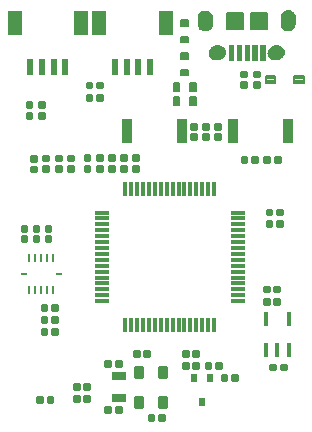
<source format=gbr>
G04 EAGLE Gerber RS-274X export*
G75*
%MOMM*%
%FSLAX34Y34*%
%LPD*%
%INSolderpaste Top*%
%IPPOS*%
%AMOC8*
5,1,8,0,0,1.08239X$1,22.5*%
G01*
%ADD10C,0.317500*%
%ADD11C,0.200000*%
%ADD12C,0.158750*%
%ADD13R,0.300000X1.200000*%
%ADD14R,1.200000X0.300000*%
%ADD15C,0.040638*%
%ADD16C,0.152400*%
%ADD17R,0.600000X1.350000*%
%ADD18R,1.200000X2.000000*%
%ADD19R,0.870000X2.000000*%
%ADD20R,0.500000X0.800000*%
%ADD21R,0.250000X0.800000*%
%ADD22R,0.500000X0.250000*%
%ADD23R,0.400000X1.200000*%
%ADD24C,0.444500*%
%ADD25R,1.200000X0.800000*%

G36*
X391741Y470990D02*
X391741Y470990D01*
X391764Y470996D01*
X391887Y471019D01*
X392935Y471337D01*
X392957Y471347D01*
X393073Y471394D01*
X394039Y471910D01*
X394058Y471925D01*
X394163Y471993D01*
X395010Y472688D01*
X395026Y472706D01*
X395116Y472794D01*
X395811Y473641D01*
X395823Y473661D01*
X395894Y473765D01*
X396410Y474731D01*
X396418Y474754D01*
X396467Y474869D01*
X396785Y475917D01*
X396788Y475941D01*
X396814Y476063D01*
X396922Y477153D01*
X396920Y477180D01*
X396925Y477228D01*
X396925Y483578D01*
X396921Y483607D01*
X396920Y483663D01*
X396812Y484624D01*
X396812Y484625D01*
X396812Y484627D01*
X396774Y484790D01*
X396455Y485703D01*
X396454Y485704D01*
X396454Y485706D01*
X396381Y485857D01*
X395867Y486675D01*
X395866Y486676D01*
X395865Y486678D01*
X395760Y486809D01*
X395077Y487492D01*
X395075Y487493D01*
X395075Y487494D01*
X394943Y487599D01*
X394125Y488113D01*
X394123Y488113D01*
X394122Y488114D01*
X393971Y488187D01*
X393058Y488506D01*
X393057Y488507D01*
X393056Y488507D01*
X392892Y488544D01*
X391931Y488652D01*
X391902Y488651D01*
X391846Y488657D01*
X390322Y488657D01*
X390293Y488653D01*
X390237Y488652D01*
X389050Y488519D01*
X389048Y488518D01*
X389047Y488518D01*
X388884Y488481D01*
X387756Y488086D01*
X387755Y488086D01*
X387754Y488085D01*
X387603Y488012D01*
X386591Y487377D01*
X386590Y487376D01*
X386589Y487375D01*
X386458Y487271D01*
X385613Y486426D01*
X385613Y486425D01*
X385612Y486424D01*
X385507Y486293D01*
X384872Y485281D01*
X384871Y485280D01*
X384870Y485279D01*
X384798Y485128D01*
X384403Y484000D01*
X384403Y483999D01*
X384402Y483998D01*
X384365Y483834D01*
X384232Y482647D01*
X384233Y482618D01*
X384227Y482562D01*
X384227Y477228D01*
X384231Y477202D01*
X384230Y477153D01*
X384338Y476063D01*
X384344Y476040D01*
X384367Y475917D01*
X384685Y474869D01*
X384695Y474847D01*
X384742Y474731D01*
X385258Y473765D01*
X385273Y473746D01*
X385341Y473641D01*
X386036Y472794D01*
X386054Y472778D01*
X386142Y472688D01*
X386989Y471993D01*
X387009Y471981D01*
X387113Y471910D01*
X388079Y471394D01*
X388102Y471386D01*
X388217Y471337D01*
X389265Y471019D01*
X389289Y471016D01*
X389411Y470990D01*
X390501Y470882D01*
X390525Y470884D01*
X390651Y470882D01*
X391741Y470990D01*
G37*
G36*
X321517Y471137D02*
X321517Y471137D01*
X321573Y471138D01*
X322591Y471252D01*
X322592Y471253D01*
X322593Y471252D01*
X322757Y471290D01*
X323723Y471628D01*
X323724Y471629D01*
X323726Y471629D01*
X323877Y471702D01*
X324744Y472247D01*
X324745Y472248D01*
X324746Y472248D01*
X324877Y472353D01*
X325601Y473077D01*
X325602Y473078D01*
X325603Y473079D01*
X325707Y473210D01*
X326252Y474077D01*
X326252Y474079D01*
X326253Y474080D01*
X326326Y474231D01*
X326664Y475197D01*
X326664Y475199D01*
X326665Y475200D01*
X326702Y475363D01*
X326816Y476381D01*
X326815Y476410D01*
X326821Y476466D01*
X326821Y482816D01*
X326817Y482845D01*
X326816Y482901D01*
X326695Y483975D01*
X326695Y483976D01*
X326695Y483978D01*
X326658Y484141D01*
X326301Y485161D01*
X326300Y485163D01*
X326300Y485164D01*
X326227Y485315D01*
X325652Y486230D01*
X325651Y486231D01*
X325650Y486232D01*
X325545Y486363D01*
X324781Y487127D01*
X324780Y487128D01*
X324779Y487129D01*
X324648Y487234D01*
X323733Y487809D01*
X323732Y487809D01*
X323731Y487810D01*
X323579Y487883D01*
X322559Y488240D01*
X322558Y488240D01*
X322557Y488240D01*
X322393Y488277D01*
X321319Y488398D01*
X321290Y488397D01*
X321234Y488403D01*
X319202Y488403D01*
X319173Y488399D01*
X319117Y488398D01*
X318156Y488290D01*
X318155Y488290D01*
X318153Y488290D01*
X317990Y488252D01*
X317077Y487933D01*
X317076Y487932D01*
X317075Y487932D01*
X316924Y487859D01*
X316105Y487345D01*
X316104Y487344D01*
X316102Y487343D01*
X315972Y487238D01*
X315288Y486555D01*
X315287Y486553D01*
X315286Y486553D01*
X315182Y486421D01*
X314667Y485603D01*
X314667Y485601D01*
X314666Y485600D01*
X314593Y485449D01*
X314274Y484536D01*
X314273Y484535D01*
X314273Y484534D01*
X314236Y484370D01*
X314128Y483409D01*
X314129Y483380D01*
X314123Y483324D01*
X314123Y476466D01*
X314127Y476443D01*
X314124Y476422D01*
X314128Y476407D01*
X314128Y476381D01*
X314242Y475363D01*
X314243Y475362D01*
X314242Y475361D01*
X314280Y475197D01*
X314618Y474231D01*
X314619Y474230D01*
X314619Y474228D01*
X314692Y474077D01*
X315237Y473210D01*
X315238Y473209D01*
X315238Y473208D01*
X315343Y473077D01*
X316067Y472353D01*
X316068Y472352D01*
X316069Y472351D01*
X316200Y472247D01*
X317067Y471702D01*
X317069Y471702D01*
X317070Y471701D01*
X317221Y471628D01*
X318187Y471290D01*
X318189Y471290D01*
X318190Y471289D01*
X318353Y471252D01*
X319371Y471138D01*
X319400Y471139D01*
X319456Y471133D01*
X321488Y471133D01*
X321517Y471137D01*
G37*
G36*
X331674Y446753D02*
X331674Y446753D01*
X331723Y446752D01*
X332813Y446860D01*
X332836Y446866D01*
X332959Y446889D01*
X334007Y447207D01*
X334029Y447217D01*
X334145Y447264D01*
X335111Y447780D01*
X335130Y447795D01*
X335235Y447863D01*
X336082Y448558D01*
X336098Y448576D01*
X336188Y448664D01*
X336883Y449511D01*
X336895Y449531D01*
X336966Y449635D01*
X337482Y450601D01*
X337490Y450624D01*
X337539Y450739D01*
X337857Y451787D01*
X337860Y451811D01*
X337886Y451933D01*
X337994Y453023D01*
X337993Y453037D01*
X337992Y453183D01*
X337865Y454314D01*
X337865Y454315D01*
X337865Y454316D01*
X337827Y454480D01*
X337451Y455554D01*
X337451Y455555D01*
X337451Y455556D01*
X337378Y455707D01*
X336772Y456670D01*
X336771Y456671D01*
X336771Y456673D01*
X336666Y456804D01*
X335862Y457608D01*
X335861Y457609D01*
X335860Y457610D01*
X335728Y457714D01*
X334765Y458320D01*
X334764Y458320D01*
X334763Y458321D01*
X334612Y458393D01*
X333538Y458769D01*
X333537Y458769D01*
X333535Y458770D01*
X333372Y458807D01*
X332241Y458934D01*
X332212Y458933D01*
X332156Y458939D01*
X329616Y458939D01*
X329590Y458935D01*
X329541Y458936D01*
X328451Y458828D01*
X328428Y458822D01*
X328305Y458799D01*
X327257Y458481D01*
X327235Y458471D01*
X327119Y458424D01*
X326153Y457908D01*
X326134Y457893D01*
X326029Y457825D01*
X325182Y457130D01*
X325166Y457112D01*
X325076Y457024D01*
X324381Y456177D01*
X324369Y456157D01*
X324298Y456053D01*
X323782Y455087D01*
X323774Y455064D01*
X323725Y454949D01*
X323407Y453901D01*
X323404Y453877D01*
X323378Y453755D01*
X323270Y452665D01*
X323272Y452638D01*
X323267Y452590D01*
X323267Y452082D01*
X323271Y452059D01*
X323268Y452038D01*
X323272Y452023D01*
X323272Y451997D01*
X323386Y450979D01*
X323387Y450978D01*
X323386Y450977D01*
X323424Y450813D01*
X323762Y449847D01*
X323763Y449846D01*
X323763Y449844D01*
X323836Y449693D01*
X324381Y448826D01*
X324382Y448825D01*
X324382Y448824D01*
X324487Y448693D01*
X325211Y447969D01*
X325212Y447968D01*
X325213Y447967D01*
X325344Y447863D01*
X326211Y447318D01*
X326213Y447318D01*
X326214Y447317D01*
X326365Y447244D01*
X327331Y446906D01*
X327333Y446906D01*
X327334Y446905D01*
X327497Y446868D01*
X328515Y446754D01*
X328544Y446755D01*
X328600Y446749D01*
X331648Y446749D01*
X331674Y446753D01*
G37*
G36*
X381204Y446753D02*
X381204Y446753D01*
X381253Y446752D01*
X382392Y446865D01*
X382416Y446871D01*
X382539Y446894D01*
X383635Y447226D01*
X383656Y447237D01*
X383772Y447283D01*
X384783Y447823D01*
X384802Y447838D01*
X384907Y447906D01*
X385792Y448633D01*
X385808Y448651D01*
X385897Y448738D01*
X386624Y449623D01*
X386636Y449644D01*
X386707Y449748D01*
X387247Y450758D01*
X387255Y450780D01*
X387304Y450895D01*
X387636Y451991D01*
X387639Y452015D01*
X387665Y452138D01*
X387778Y453277D01*
X387777Y453291D01*
X387776Y453437D01*
X387655Y454511D01*
X387655Y454512D01*
X387655Y454514D01*
X387618Y454677D01*
X387261Y455697D01*
X387260Y455699D01*
X387260Y455700D01*
X387187Y455851D01*
X386612Y456766D01*
X386611Y456767D01*
X386610Y456768D01*
X386505Y456899D01*
X385741Y457663D01*
X385740Y457664D01*
X385739Y457665D01*
X385608Y457770D01*
X384693Y458345D01*
X384692Y458345D01*
X384691Y458346D01*
X384539Y458419D01*
X383519Y458776D01*
X383518Y458776D01*
X383517Y458776D01*
X383353Y458813D01*
X382279Y458934D01*
X382250Y458933D01*
X382194Y458939D01*
X379654Y458939D01*
X379628Y458935D01*
X379579Y458936D01*
X378440Y458823D01*
X378416Y458817D01*
X378293Y458794D01*
X377197Y458462D01*
X377176Y458451D01*
X377060Y458405D01*
X376050Y457865D01*
X376030Y457850D01*
X375925Y457782D01*
X375040Y457055D01*
X375024Y457037D01*
X374935Y456950D01*
X374208Y456065D01*
X374196Y456044D01*
X374125Y455941D01*
X373585Y454930D01*
X373578Y454908D01*
X373528Y454793D01*
X373196Y453697D01*
X373193Y453673D01*
X373167Y453550D01*
X373054Y452411D01*
X373055Y452397D01*
X373056Y452251D01*
X373177Y451177D01*
X373177Y451176D01*
X373177Y451174D01*
X373214Y451011D01*
X373571Y449991D01*
X373572Y449989D01*
X373572Y449988D01*
X373645Y449837D01*
X374220Y448922D01*
X374221Y448921D01*
X374222Y448920D01*
X374327Y448789D01*
X375091Y448025D01*
X375092Y448024D01*
X375093Y448023D01*
X375224Y447918D01*
X376139Y447343D01*
X376140Y447343D01*
X376141Y447342D01*
X376293Y447269D01*
X377313Y446912D01*
X377314Y446912D01*
X377315Y446912D01*
X377479Y446875D01*
X378553Y446754D01*
X378582Y446755D01*
X378638Y446749D01*
X381178Y446749D01*
X381204Y446753D01*
G37*
D10*
X269735Y198908D02*
X272911Y198908D01*
X272911Y195732D01*
X269735Y195732D01*
X269735Y198908D01*
X269735Y198748D02*
X272911Y198748D01*
X264021Y198908D02*
X260845Y198908D01*
X264021Y198908D02*
X264021Y195732D01*
X260845Y195732D01*
X260845Y198908D01*
X260845Y198748D02*
X264021Y198748D01*
X302247Y186080D02*
X305423Y186080D01*
X302247Y186080D02*
X302247Y189256D01*
X305423Y189256D01*
X305423Y186080D01*
X305423Y189096D02*
X302247Y189096D01*
X311137Y186080D02*
X314313Y186080D01*
X311137Y186080D02*
X311137Y189256D01*
X314313Y189256D01*
X314313Y186080D01*
X314313Y189096D02*
X311137Y189096D01*
X239891Y187604D02*
X236715Y187604D01*
X236715Y190780D01*
X239891Y190780D01*
X239891Y187604D01*
X239891Y190620D02*
X236715Y190620D01*
X245605Y187604D02*
X248781Y187604D01*
X245605Y187604D02*
X245605Y190780D01*
X248781Y190780D01*
X248781Y187604D01*
X248781Y190620D02*
X245605Y190620D01*
X239891Y148488D02*
X236715Y148488D01*
X236715Y151664D01*
X239891Y151664D01*
X239891Y148488D01*
X239891Y151504D02*
X236715Y151504D01*
X245605Y148488D02*
X248781Y148488D01*
X245605Y148488D02*
X245605Y151664D01*
X248781Y151664D01*
X248781Y148488D01*
X248781Y151504D02*
X245605Y151504D01*
X380225Y363754D02*
X383401Y363754D01*
X383401Y360578D01*
X380225Y360578D01*
X380225Y363754D01*
X380225Y363594D02*
X383401Y363594D01*
X374511Y363754D02*
X371335Y363754D01*
X374511Y363754D02*
X374511Y360578D01*
X371335Y360578D01*
X371335Y363754D01*
X371335Y363594D02*
X374511Y363594D01*
X185789Y234848D02*
X182613Y234848D01*
X182613Y238024D01*
X185789Y238024D01*
X185789Y234848D01*
X185789Y237864D02*
X182613Y237864D01*
X191503Y234848D02*
X194679Y234848D01*
X191503Y234848D02*
X191503Y238024D01*
X194679Y238024D01*
X194679Y234848D01*
X194679Y237864D02*
X191503Y237864D01*
X186042Y302031D02*
X186042Y305207D01*
X189218Y305207D01*
X189218Y302031D01*
X186042Y302031D01*
X186042Y305047D02*
X189218Y305047D01*
X186042Y296317D02*
X186042Y293141D01*
X186042Y296317D02*
X189218Y296317D01*
X189218Y293141D01*
X186042Y293141D01*
X186042Y296157D02*
X189218Y296157D01*
X219062Y361721D02*
X219062Y364897D01*
X222238Y364897D01*
X222238Y361721D01*
X219062Y361721D01*
X219062Y364737D02*
X222238Y364737D01*
X219062Y356007D02*
X219062Y352831D01*
X219062Y356007D02*
X222238Y356007D01*
X222238Y352831D01*
X219062Y352831D01*
X219062Y355847D02*
X222238Y355847D01*
X376415Y184556D02*
X379591Y184556D01*
X376415Y184556D02*
X376415Y187732D01*
X379591Y187732D01*
X379591Y184556D01*
X379591Y187572D02*
X376415Y187572D01*
X385305Y184556D02*
X388481Y184556D01*
X385305Y184556D02*
X385305Y187732D01*
X388481Y187732D01*
X388481Y184556D01*
X388481Y187572D02*
X385305Y187572D01*
X382893Y243358D02*
X379717Y243358D01*
X382893Y243358D02*
X382893Y240182D01*
X379717Y240182D01*
X379717Y243358D01*
X379717Y243198D02*
X382893Y243198D01*
X374003Y243358D02*
X370827Y243358D01*
X374003Y243358D02*
X374003Y240182D01*
X370827Y240182D01*
X370827Y243358D01*
X370827Y243198D02*
X374003Y243198D01*
X382003Y309144D02*
X385179Y309144D01*
X385179Y305968D01*
X382003Y305968D01*
X382003Y309144D01*
X382003Y308984D02*
X385179Y308984D01*
X376289Y309144D02*
X373113Y309144D01*
X376289Y309144D02*
X376289Y305968D01*
X373113Y305968D01*
X373113Y309144D01*
X373113Y308984D02*
X376289Y308984D01*
X276467Y141884D02*
X273291Y141884D01*
X273291Y145060D01*
X276467Y145060D01*
X276467Y141884D01*
X276467Y144900D02*
X273291Y144900D01*
X282181Y141884D02*
X285357Y141884D01*
X282181Y141884D02*
X282181Y145060D01*
X285357Y145060D01*
X285357Y141884D01*
X285357Y144900D02*
X282181Y144900D01*
X249796Y361721D02*
X249796Y364897D01*
X252972Y364897D01*
X252972Y361721D01*
X249796Y361721D01*
X249796Y364737D02*
X252972Y364737D01*
X249796Y356007D02*
X249796Y352831D01*
X249796Y356007D02*
X252972Y356007D01*
X252972Y352831D01*
X249796Y352831D01*
X249796Y355847D02*
X252972Y355847D01*
X229476Y361721D02*
X229476Y364897D01*
X232652Y364897D01*
X232652Y361721D01*
X229476Y361721D01*
X229476Y364737D02*
X232652Y364737D01*
X229476Y356007D02*
X229476Y352831D01*
X229476Y356007D02*
X232652Y356007D01*
X232652Y352831D01*
X229476Y352831D01*
X229476Y355847D02*
X232652Y355847D01*
X382003Y319050D02*
X385179Y319050D01*
X385179Y315874D01*
X382003Y315874D01*
X382003Y319050D01*
X382003Y318890D02*
X385179Y318890D01*
X376289Y319050D02*
X373113Y319050D01*
X376289Y319050D02*
X376289Y315874D01*
X373113Y315874D01*
X373113Y319050D01*
X373113Y318890D02*
X376289Y318890D01*
X379717Y253772D02*
X382893Y253772D01*
X382893Y250596D01*
X379717Y250596D01*
X379717Y253772D01*
X379717Y253612D02*
X382893Y253612D01*
X374003Y253772D02*
X370827Y253772D01*
X374003Y253772D02*
X374003Y250596D01*
X370827Y250596D01*
X370827Y253772D01*
X370827Y253612D02*
X374003Y253612D01*
X185789Y224688D02*
X182613Y224688D01*
X182613Y227864D01*
X185789Y227864D01*
X185789Y224688D01*
X185789Y227704D02*
X182613Y227704D01*
X191503Y224688D02*
X194679Y224688D01*
X191503Y224688D02*
X191503Y227864D01*
X194679Y227864D01*
X194679Y224688D01*
X194679Y227704D02*
X191503Y227704D01*
X185789Y214528D02*
X182613Y214528D01*
X182613Y217704D01*
X185789Y217704D01*
X185789Y214528D01*
X185789Y217544D02*
X182613Y217544D01*
X191503Y214528D02*
X194679Y214528D01*
X191503Y214528D02*
X191503Y217704D01*
X194679Y217704D01*
X194679Y214528D01*
X194679Y217544D02*
X191503Y217544D01*
X218935Y170968D02*
X222111Y170968D01*
X222111Y167792D01*
X218935Y167792D01*
X218935Y170968D01*
X218935Y170808D02*
X222111Y170808D01*
X213221Y170968D02*
X210045Y170968D01*
X213221Y170968D02*
X213221Y167792D01*
X210045Y167792D01*
X210045Y170968D01*
X210045Y170808D02*
X213221Y170808D01*
X302247Y196240D02*
X305423Y196240D01*
X302247Y196240D02*
X302247Y199416D01*
X305423Y199416D01*
X305423Y196240D01*
X305423Y199256D02*
X302247Y199256D01*
X311137Y196240D02*
X314313Y196240D01*
X311137Y196240D02*
X311137Y199416D01*
X314313Y199416D01*
X314313Y196240D01*
X314313Y199256D02*
X311137Y199256D01*
D11*
X371782Y427238D02*
X379782Y427238D01*
X371782Y427238D02*
X371782Y433238D01*
X379782Y433238D01*
X379782Y427238D01*
X379782Y429138D02*
X371782Y429138D01*
X371782Y431038D02*
X379782Y431038D01*
X379782Y432938D02*
X371782Y432938D01*
X395782Y427238D02*
X403782Y427238D01*
X395782Y427238D02*
X395782Y433238D01*
X403782Y433238D01*
X403782Y427238D01*
X403782Y429138D02*
X395782Y429138D01*
X395782Y431038D02*
X403782Y431038D01*
X403782Y432938D02*
X395782Y432938D01*
D12*
X298342Y408490D02*
X293580Y408490D01*
X293580Y414902D01*
X298342Y414902D01*
X298342Y408490D01*
X298342Y409999D02*
X293580Y409999D01*
X293580Y411508D02*
X298342Y411508D01*
X298342Y413017D02*
X293580Y413017D01*
X293580Y414526D02*
X298342Y414526D01*
X307550Y408490D02*
X312312Y408490D01*
X307550Y408490D02*
X307550Y414902D01*
X312312Y414902D01*
X312312Y408490D01*
X312312Y409999D02*
X307550Y409999D01*
X307550Y411508D02*
X312312Y411508D01*
X312312Y413017D02*
X307550Y413017D01*
X307550Y414526D02*
X312312Y414526D01*
X298342Y420682D02*
X293580Y420682D01*
X293580Y427094D01*
X298342Y427094D01*
X298342Y420682D01*
X298342Y422191D02*
X293580Y422191D01*
X293580Y423700D02*
X298342Y423700D01*
X298342Y425209D02*
X293580Y425209D01*
X293580Y426718D02*
X298342Y426718D01*
X307550Y420682D02*
X312312Y420682D01*
X307550Y420682D02*
X307550Y427094D01*
X312312Y427094D01*
X312312Y420682D01*
X312312Y422191D02*
X307550Y422191D01*
X307550Y423700D02*
X312312Y423700D01*
X312312Y425209D02*
X307550Y425209D01*
X307550Y426718D02*
X312312Y426718D01*
X299740Y447542D02*
X299740Y452304D01*
X306152Y452304D01*
X306152Y447542D01*
X299740Y447542D01*
X299740Y449051D02*
X306152Y449051D01*
X306152Y450560D02*
X299740Y450560D01*
X299740Y452069D02*
X306152Y452069D01*
X299740Y438334D02*
X299740Y433572D01*
X299740Y438334D02*
X306152Y438334D01*
X306152Y433572D01*
X299740Y433572D01*
X299740Y435081D02*
X306152Y435081D01*
X306152Y436590D02*
X299740Y436590D01*
X299740Y438099D02*
X306152Y438099D01*
X306152Y461512D02*
X306152Y466274D01*
X306152Y461512D02*
X299740Y461512D01*
X299740Y466274D01*
X306152Y466274D01*
X306152Y463021D02*
X299740Y463021D01*
X299740Y464530D02*
X306152Y464530D01*
X306152Y466039D02*
X299740Y466039D01*
X306152Y475482D02*
X306152Y480244D01*
X306152Y475482D02*
X299740Y475482D01*
X299740Y480244D01*
X306152Y480244D01*
X306152Y476991D02*
X299740Y476991D01*
X299740Y478500D02*
X306152Y478500D01*
X306152Y480009D02*
X299740Y480009D01*
D13*
X252746Y222370D03*
X257746Y222370D03*
X262746Y222370D03*
X267746Y222370D03*
X272746Y222370D03*
X277746Y222370D03*
X282746Y222370D03*
X287746Y222370D03*
X292746Y222370D03*
X297746Y222370D03*
X302746Y222370D03*
X307746Y222370D03*
X312746Y222370D03*
X317746Y222370D03*
X322746Y222370D03*
X327746Y222370D03*
D14*
X347746Y242370D03*
X347746Y247370D03*
X347746Y252370D03*
X347746Y257370D03*
X347746Y262370D03*
X347746Y267370D03*
X347746Y272370D03*
X347746Y277370D03*
X347746Y282370D03*
X347746Y287370D03*
X347746Y292370D03*
X347746Y297370D03*
X347746Y302370D03*
X347746Y307370D03*
X347746Y312370D03*
X347746Y317370D03*
D13*
X327746Y337370D03*
X322746Y337370D03*
X317746Y337370D03*
X312746Y337370D03*
X307746Y337370D03*
X302746Y337370D03*
X297746Y337370D03*
X292746Y337370D03*
X287746Y337370D03*
X282746Y337370D03*
X277746Y337370D03*
X272746Y337370D03*
X267746Y337370D03*
X262746Y337370D03*
X257746Y337370D03*
X252746Y337370D03*
D14*
X232746Y317370D03*
X232746Y312370D03*
X232746Y307370D03*
X232746Y302370D03*
X232746Y297370D03*
X232746Y292370D03*
X232746Y287370D03*
X232746Y282370D03*
X232746Y277370D03*
X232746Y272370D03*
X232746Y267370D03*
X232746Y262370D03*
X232746Y257370D03*
X232746Y252370D03*
X232746Y247370D03*
X232746Y242370D03*
D15*
X366903Y459372D02*
X370561Y459372D01*
X370561Y446316D01*
X366903Y446316D01*
X366903Y459372D01*
X366903Y446702D02*
X370561Y446702D01*
X370561Y447088D02*
X366903Y447088D01*
X366903Y447474D02*
X370561Y447474D01*
X370561Y447860D02*
X366903Y447860D01*
X366903Y448246D02*
X370561Y448246D01*
X370561Y448632D02*
X366903Y448632D01*
X366903Y449018D02*
X370561Y449018D01*
X370561Y449404D02*
X366903Y449404D01*
X366903Y449790D02*
X370561Y449790D01*
X370561Y450176D02*
X366903Y450176D01*
X366903Y450562D02*
X370561Y450562D01*
X370561Y450948D02*
X366903Y450948D01*
X366903Y451334D02*
X370561Y451334D01*
X370561Y451720D02*
X366903Y451720D01*
X366903Y452106D02*
X370561Y452106D01*
X370561Y452492D02*
X366903Y452492D01*
X366903Y452878D02*
X370561Y452878D01*
X370561Y453264D02*
X366903Y453264D01*
X366903Y453650D02*
X370561Y453650D01*
X370561Y454036D02*
X366903Y454036D01*
X366903Y454422D02*
X370561Y454422D01*
X370561Y454808D02*
X366903Y454808D01*
X366903Y455194D02*
X370561Y455194D01*
X370561Y455580D02*
X366903Y455580D01*
X366903Y455966D02*
X370561Y455966D01*
X370561Y456352D02*
X366903Y456352D01*
X366903Y456738D02*
X370561Y456738D01*
X370561Y457124D02*
X366903Y457124D01*
X366903Y457510D02*
X370561Y457510D01*
X370561Y457896D02*
X366903Y457896D01*
X366903Y458282D02*
X370561Y458282D01*
X370561Y458668D02*
X366903Y458668D01*
X366903Y459054D02*
X370561Y459054D01*
X363957Y459372D02*
X360299Y459372D01*
X363957Y459372D02*
X363957Y446316D01*
X360299Y446316D01*
X360299Y459372D01*
X360299Y446702D02*
X363957Y446702D01*
X363957Y447088D02*
X360299Y447088D01*
X360299Y447474D02*
X363957Y447474D01*
X363957Y447860D02*
X360299Y447860D01*
X360299Y448246D02*
X363957Y448246D01*
X363957Y448632D02*
X360299Y448632D01*
X360299Y449018D02*
X363957Y449018D01*
X363957Y449404D02*
X360299Y449404D01*
X360299Y449790D02*
X363957Y449790D01*
X363957Y450176D02*
X360299Y450176D01*
X360299Y450562D02*
X363957Y450562D01*
X363957Y450948D02*
X360299Y450948D01*
X360299Y451334D02*
X363957Y451334D01*
X363957Y451720D02*
X360299Y451720D01*
X360299Y452106D02*
X363957Y452106D01*
X363957Y452492D02*
X360299Y452492D01*
X360299Y452878D02*
X363957Y452878D01*
X363957Y453264D02*
X360299Y453264D01*
X360299Y453650D02*
X363957Y453650D01*
X363957Y454036D02*
X360299Y454036D01*
X360299Y454422D02*
X363957Y454422D01*
X363957Y454808D02*
X360299Y454808D01*
X360299Y455194D02*
X363957Y455194D01*
X363957Y455580D02*
X360299Y455580D01*
X360299Y455966D02*
X363957Y455966D01*
X363957Y456352D02*
X360299Y456352D01*
X360299Y456738D02*
X363957Y456738D01*
X363957Y457124D02*
X360299Y457124D01*
X360299Y457510D02*
X363957Y457510D01*
X363957Y457896D02*
X360299Y457896D01*
X360299Y458282D02*
X363957Y458282D01*
X363957Y458668D02*
X360299Y458668D01*
X360299Y459054D02*
X363957Y459054D01*
X357353Y459372D02*
X353695Y459372D01*
X357353Y459372D02*
X357353Y446316D01*
X353695Y446316D01*
X353695Y459372D01*
X353695Y446702D02*
X357353Y446702D01*
X357353Y447088D02*
X353695Y447088D01*
X353695Y447474D02*
X357353Y447474D01*
X357353Y447860D02*
X353695Y447860D01*
X353695Y448246D02*
X357353Y448246D01*
X357353Y448632D02*
X353695Y448632D01*
X353695Y449018D02*
X357353Y449018D01*
X357353Y449404D02*
X353695Y449404D01*
X353695Y449790D02*
X357353Y449790D01*
X357353Y450176D02*
X353695Y450176D01*
X353695Y450562D02*
X357353Y450562D01*
X357353Y450948D02*
X353695Y450948D01*
X353695Y451334D02*
X357353Y451334D01*
X357353Y451720D02*
X353695Y451720D01*
X353695Y452106D02*
X357353Y452106D01*
X357353Y452492D02*
X353695Y452492D01*
X353695Y452878D02*
X357353Y452878D01*
X357353Y453264D02*
X353695Y453264D01*
X353695Y453650D02*
X357353Y453650D01*
X357353Y454036D02*
X353695Y454036D01*
X353695Y454422D02*
X357353Y454422D01*
X357353Y454808D02*
X353695Y454808D01*
X353695Y455194D02*
X357353Y455194D01*
X357353Y455580D02*
X353695Y455580D01*
X353695Y455966D02*
X357353Y455966D01*
X357353Y456352D02*
X353695Y456352D01*
X353695Y456738D02*
X357353Y456738D01*
X357353Y457124D02*
X353695Y457124D01*
X353695Y457510D02*
X357353Y457510D01*
X357353Y457896D02*
X353695Y457896D01*
X353695Y458282D02*
X357353Y458282D01*
X357353Y458668D02*
X353695Y458668D01*
X353695Y459054D02*
X357353Y459054D01*
X350749Y459372D02*
X347091Y459372D01*
X350749Y459372D02*
X350749Y446316D01*
X347091Y446316D01*
X347091Y459372D01*
X347091Y446702D02*
X350749Y446702D01*
X350749Y447088D02*
X347091Y447088D01*
X347091Y447474D02*
X350749Y447474D01*
X350749Y447860D02*
X347091Y447860D01*
X347091Y448246D02*
X350749Y448246D01*
X350749Y448632D02*
X347091Y448632D01*
X347091Y449018D02*
X350749Y449018D01*
X350749Y449404D02*
X347091Y449404D01*
X347091Y449790D02*
X350749Y449790D01*
X350749Y450176D02*
X347091Y450176D01*
X347091Y450562D02*
X350749Y450562D01*
X350749Y450948D02*
X347091Y450948D01*
X347091Y451334D02*
X350749Y451334D01*
X350749Y451720D02*
X347091Y451720D01*
X347091Y452106D02*
X350749Y452106D01*
X350749Y452492D02*
X347091Y452492D01*
X347091Y452878D02*
X350749Y452878D01*
X350749Y453264D02*
X347091Y453264D01*
X347091Y453650D02*
X350749Y453650D01*
X350749Y454036D02*
X347091Y454036D01*
X347091Y454422D02*
X350749Y454422D01*
X350749Y454808D02*
X347091Y454808D01*
X347091Y455194D02*
X350749Y455194D01*
X350749Y455580D02*
X347091Y455580D01*
X347091Y455966D02*
X350749Y455966D01*
X350749Y456352D02*
X347091Y456352D01*
X347091Y456738D02*
X350749Y456738D01*
X350749Y457124D02*
X347091Y457124D01*
X347091Y457510D02*
X350749Y457510D01*
X350749Y457896D02*
X347091Y457896D01*
X347091Y458282D02*
X350749Y458282D01*
X350749Y458668D02*
X347091Y458668D01*
X347091Y459054D02*
X350749Y459054D01*
X344145Y459372D02*
X340487Y459372D01*
X344145Y459372D02*
X344145Y446316D01*
X340487Y446316D01*
X340487Y459372D01*
X340487Y446702D02*
X344145Y446702D01*
X344145Y447088D02*
X340487Y447088D01*
X340487Y447474D02*
X344145Y447474D01*
X344145Y447860D02*
X340487Y447860D01*
X340487Y448246D02*
X344145Y448246D01*
X344145Y448632D02*
X340487Y448632D01*
X340487Y449018D02*
X344145Y449018D01*
X344145Y449404D02*
X340487Y449404D01*
X340487Y449790D02*
X344145Y449790D01*
X344145Y450176D02*
X340487Y450176D01*
X340487Y450562D02*
X344145Y450562D01*
X344145Y450948D02*
X340487Y450948D01*
X340487Y451334D02*
X344145Y451334D01*
X344145Y451720D02*
X340487Y451720D01*
X340487Y452106D02*
X344145Y452106D01*
X344145Y452492D02*
X340487Y452492D01*
X340487Y452878D02*
X344145Y452878D01*
X344145Y453264D02*
X340487Y453264D01*
X340487Y453650D02*
X344145Y453650D01*
X344145Y454036D02*
X340487Y454036D01*
X340487Y454422D02*
X344145Y454422D01*
X344145Y454808D02*
X340487Y454808D01*
X340487Y455194D02*
X344145Y455194D01*
X344145Y455580D02*
X340487Y455580D01*
X340487Y455966D02*
X344145Y455966D01*
X344145Y456352D02*
X340487Y456352D01*
X340487Y456738D02*
X344145Y456738D01*
X344145Y457124D02*
X340487Y457124D01*
X340487Y457510D02*
X344145Y457510D01*
X344145Y457896D02*
X340487Y457896D01*
X340487Y458282D02*
X344145Y458282D01*
X344145Y458668D02*
X340487Y458668D01*
X340487Y459054D02*
X344145Y459054D01*
D16*
X358826Y486626D02*
X372542Y486626D01*
X372542Y472910D01*
X358826Y472910D01*
X358826Y486626D01*
X358826Y474358D02*
X372542Y474358D01*
X372542Y475806D02*
X358826Y475806D01*
X358826Y477254D02*
X372542Y477254D01*
X372542Y478702D02*
X358826Y478702D01*
X358826Y480150D02*
X372542Y480150D01*
X372542Y481598D02*
X358826Y481598D01*
X358826Y483046D02*
X372542Y483046D01*
X372542Y484494D02*
X358826Y484494D01*
X358826Y485942D02*
X372542Y485942D01*
X352222Y486626D02*
X338506Y486626D01*
X352222Y486626D02*
X352222Y472910D01*
X338506Y472910D01*
X338506Y486626D01*
X338506Y474358D02*
X352222Y474358D01*
X352222Y475806D02*
X338506Y475806D01*
X338506Y477254D02*
X352222Y477254D01*
X352222Y478702D02*
X338506Y478702D01*
X338506Y480150D02*
X352222Y480150D01*
X352222Y481598D02*
X338506Y481598D01*
X338506Y483046D02*
X352222Y483046D01*
X352222Y484494D02*
X338506Y484494D01*
X338506Y485942D02*
X352222Y485942D01*
D17*
X273750Y440779D03*
X263750Y440779D03*
X253750Y440779D03*
X243750Y440779D03*
D18*
X230750Y477529D03*
X286750Y477529D03*
D17*
X201900Y440779D03*
X191900Y440779D03*
X181900Y440779D03*
X171900Y440779D03*
D18*
X158900Y477529D03*
X214900Y477529D03*
D19*
X344208Y386550D03*
X390208Y386550D03*
X254546Y386550D03*
X300546Y386550D03*
D10*
X330441Y189256D02*
X333617Y189256D01*
X333617Y186080D01*
X330441Y186080D01*
X330441Y189256D01*
X330441Y189096D02*
X333617Y189096D01*
X324727Y189256D02*
X321551Y189256D01*
X324727Y189256D02*
X324727Y186080D01*
X321551Y186080D01*
X321551Y189256D01*
X321551Y189096D02*
X324727Y189096D01*
D20*
X324178Y177286D03*
X311178Y177286D03*
X317678Y157286D03*
D10*
X362572Y432587D02*
X362572Y435763D01*
X365748Y435763D01*
X365748Y432587D01*
X362572Y432587D01*
X362572Y435603D02*
X365748Y435603D01*
X362572Y426873D02*
X362572Y423697D01*
X362572Y426873D02*
X365748Y426873D01*
X365748Y423697D01*
X362572Y423697D01*
X362572Y426713D02*
X365748Y426713D01*
X329552Y391567D02*
X329552Y388391D01*
X329552Y391567D02*
X332728Y391567D01*
X332728Y388391D01*
X329552Y388391D01*
X329552Y391407D02*
X332728Y391407D01*
X329552Y382677D02*
X329552Y379501D01*
X329552Y382677D02*
X332728Y382677D01*
X332728Y379501D01*
X329552Y379501D01*
X329552Y382517D02*
X332728Y382517D01*
X232779Y416078D02*
X229603Y416078D01*
X232779Y416078D02*
X232779Y412902D01*
X229603Y412902D01*
X229603Y416078D01*
X229603Y415918D02*
X232779Y415918D01*
X223889Y416078D02*
X220713Y416078D01*
X223889Y416078D02*
X223889Y412902D01*
X220713Y412902D01*
X220713Y416078D01*
X220713Y415918D02*
X223889Y415918D01*
X229603Y426492D02*
X232779Y426492D01*
X232779Y423316D01*
X229603Y423316D01*
X229603Y426492D01*
X229603Y426332D02*
X232779Y426332D01*
X223889Y426492D02*
X220713Y426492D01*
X223889Y426492D02*
X223889Y423316D01*
X220713Y423316D01*
X220713Y426492D01*
X220713Y426332D02*
X223889Y426332D01*
X239636Y364897D02*
X239636Y361721D01*
X239636Y364897D02*
X242812Y364897D01*
X242812Y361721D01*
X239636Y361721D01*
X239636Y364737D02*
X242812Y364737D01*
X239636Y356007D02*
X239636Y352831D01*
X239636Y356007D02*
X242812Y356007D01*
X242812Y352831D01*
X239636Y352831D01*
X239636Y355847D02*
X242812Y355847D01*
X175882Y305207D02*
X175882Y302031D01*
X175882Y305207D02*
X179058Y305207D01*
X179058Y302031D01*
X175882Y302031D01*
X175882Y305047D02*
X179058Y305047D01*
X175882Y296317D02*
X175882Y293141D01*
X175882Y296317D02*
X179058Y296317D01*
X179058Y293141D01*
X175882Y293141D01*
X175882Y296157D02*
X179058Y296157D01*
X178803Y157124D02*
X181979Y157124D01*
X178803Y157124D02*
X178803Y160300D01*
X181979Y160300D01*
X181979Y157124D01*
X181979Y160140D02*
X178803Y160140D01*
X187693Y157124D02*
X190869Y157124D01*
X187693Y157124D02*
X187693Y160300D01*
X190869Y160300D01*
X190869Y157124D01*
X190869Y160140D02*
X187693Y160140D01*
X319392Y388391D02*
X319392Y391567D01*
X322568Y391567D01*
X322568Y388391D01*
X319392Y388391D01*
X319392Y391407D02*
X322568Y391407D01*
X319392Y382677D02*
X319392Y379501D01*
X319392Y382677D02*
X322568Y382677D01*
X322568Y379501D01*
X319392Y379501D01*
X319392Y382517D02*
X322568Y382517D01*
X173850Y364389D02*
X173850Y361213D01*
X173850Y364389D02*
X177026Y364389D01*
X177026Y361213D01*
X173850Y361213D01*
X173850Y364229D02*
X177026Y364229D01*
X173850Y355499D02*
X173850Y352323D01*
X173850Y355499D02*
X177026Y355499D01*
X177026Y352323D01*
X173850Y352323D01*
X173850Y355339D02*
X177026Y355339D01*
X335013Y175666D02*
X338189Y175666D01*
X335013Y175666D02*
X335013Y178842D01*
X338189Y178842D01*
X338189Y175666D01*
X338189Y178682D02*
X335013Y178682D01*
X343903Y175666D02*
X347079Y175666D01*
X343903Y175666D02*
X343903Y178842D01*
X347079Y178842D01*
X347079Y175666D01*
X347079Y178682D02*
X343903Y178682D01*
X222111Y161062D02*
X218935Y161062D01*
X222111Y161062D02*
X222111Y157886D01*
X218935Y157886D01*
X218935Y161062D01*
X218935Y160902D02*
X222111Y160902D01*
X213221Y161062D02*
X210045Y161062D01*
X213221Y161062D02*
X213221Y157886D01*
X210045Y157886D01*
X210045Y161062D01*
X210045Y160902D02*
X213221Y160902D01*
X351904Y432587D02*
X351904Y435763D01*
X355080Y435763D01*
X355080Y432587D01*
X351904Y432587D01*
X351904Y435603D02*
X355080Y435603D01*
X351904Y426873D02*
X351904Y423697D01*
X351904Y426873D02*
X355080Y426873D01*
X355080Y423697D01*
X351904Y423697D01*
X351904Y426713D02*
X355080Y426713D01*
X165722Y305207D02*
X165722Y302031D01*
X165722Y305207D02*
X168898Y305207D01*
X168898Y302031D01*
X165722Y302031D01*
X165722Y305047D02*
X168898Y305047D01*
X165722Y296317D02*
X165722Y293141D01*
X165722Y296317D02*
X168898Y296317D01*
X168898Y293141D01*
X165722Y293141D01*
X165722Y296157D02*
X168898Y296157D01*
X360921Y363754D02*
X364097Y363754D01*
X364097Y360578D01*
X360921Y360578D01*
X360921Y363754D01*
X360921Y363594D02*
X364097Y363594D01*
X355207Y363754D02*
X352031Y363754D01*
X355207Y363754D02*
X355207Y360578D01*
X352031Y360578D01*
X352031Y363754D01*
X352031Y363594D02*
X355207Y363594D01*
X263132Y356007D02*
X263132Y352831D01*
X259956Y352831D01*
X259956Y356007D01*
X263132Y356007D01*
X263132Y355847D02*
X259956Y355847D01*
X263132Y361721D02*
X263132Y364897D01*
X263132Y361721D02*
X259956Y361721D01*
X259956Y364897D01*
X263132Y364897D01*
X263132Y364737D02*
X259956Y364737D01*
X187440Y355753D02*
X187440Y352577D01*
X184264Y352577D01*
X184264Y355753D01*
X187440Y355753D01*
X187440Y355593D02*
X184264Y355593D01*
X187440Y361467D02*
X187440Y364643D01*
X187440Y361467D02*
X184264Y361467D01*
X184264Y364643D01*
X187440Y364643D01*
X187440Y364483D02*
X184264Y364483D01*
X208522Y355753D02*
X208522Y352577D01*
X205346Y352577D01*
X205346Y355753D01*
X208522Y355753D01*
X208522Y355593D02*
X205346Y355593D01*
X208522Y361467D02*
X208522Y364643D01*
X208522Y361467D02*
X205346Y361467D01*
X205346Y364643D01*
X208522Y364643D01*
X208522Y364483D02*
X205346Y364483D01*
X197854Y355753D02*
X197854Y352577D01*
X194678Y352577D01*
X194678Y355753D01*
X197854Y355753D01*
X197854Y355593D02*
X194678Y355593D01*
X197854Y361467D02*
X197854Y364643D01*
X197854Y361467D02*
X194678Y361467D01*
X194678Y364643D01*
X197854Y364643D01*
X197854Y364483D02*
X194678Y364483D01*
X180454Y406679D02*
X180454Y409855D01*
X183630Y409855D01*
X183630Y406679D01*
X180454Y406679D01*
X180454Y409695D02*
X183630Y409695D01*
X180454Y400965D02*
X180454Y397789D01*
X180454Y400965D02*
X183630Y400965D01*
X183630Y397789D01*
X180454Y397789D01*
X180454Y400805D02*
X183630Y400805D01*
X170040Y406679D02*
X170040Y409855D01*
X173216Y409855D01*
X173216Y406679D01*
X170040Y406679D01*
X170040Y409695D02*
X173216Y409695D01*
X170040Y400965D02*
X170040Y397789D01*
X170040Y400965D02*
X173216Y400965D01*
X173216Y397789D01*
X170040Y397789D01*
X170040Y400805D02*
X173216Y400805D01*
D21*
X191534Y278888D03*
X186534Y278888D03*
X181534Y278888D03*
X176534Y278888D03*
X171534Y278888D03*
X171534Y251388D03*
X176534Y251388D03*
X181534Y251388D03*
X186534Y251388D03*
X191534Y251388D03*
D22*
X166534Y265138D03*
X196534Y265138D03*
D23*
X371932Y201083D03*
X381432Y201083D03*
X390932Y201083D03*
X390932Y227085D03*
X371932Y227085D03*
D24*
X281927Y185827D02*
X281927Y178841D01*
X281927Y185827D02*
X286373Y185827D01*
X286373Y178841D01*
X281927Y178841D01*
X281927Y183064D02*
X286373Y183064D01*
X281927Y160427D02*
X281927Y153441D01*
X281927Y160427D02*
X286373Y160427D01*
X286373Y153441D01*
X281927Y153441D01*
X281927Y157664D02*
X286373Y157664D01*
X261607Y178841D02*
X261607Y185827D01*
X266053Y185827D01*
X266053Y178841D01*
X261607Y178841D01*
X261607Y183064D02*
X266053Y183064D01*
X261607Y160427D02*
X261607Y153441D01*
X261607Y160427D02*
X266053Y160427D01*
X266053Y153441D01*
X261607Y153441D01*
X261607Y157664D02*
X266053Y157664D01*
D25*
X247066Y160634D03*
X247066Y178634D03*
D10*
X312154Y379501D02*
X312154Y382677D01*
X312154Y379501D02*
X308978Y379501D01*
X308978Y382677D01*
X312154Y382677D01*
X312154Y382517D02*
X308978Y382517D01*
X312154Y388391D02*
X312154Y391567D01*
X312154Y388391D02*
X308978Y388391D01*
X308978Y391567D01*
X312154Y391567D01*
X312154Y391407D02*
X308978Y391407D01*
M02*

</source>
